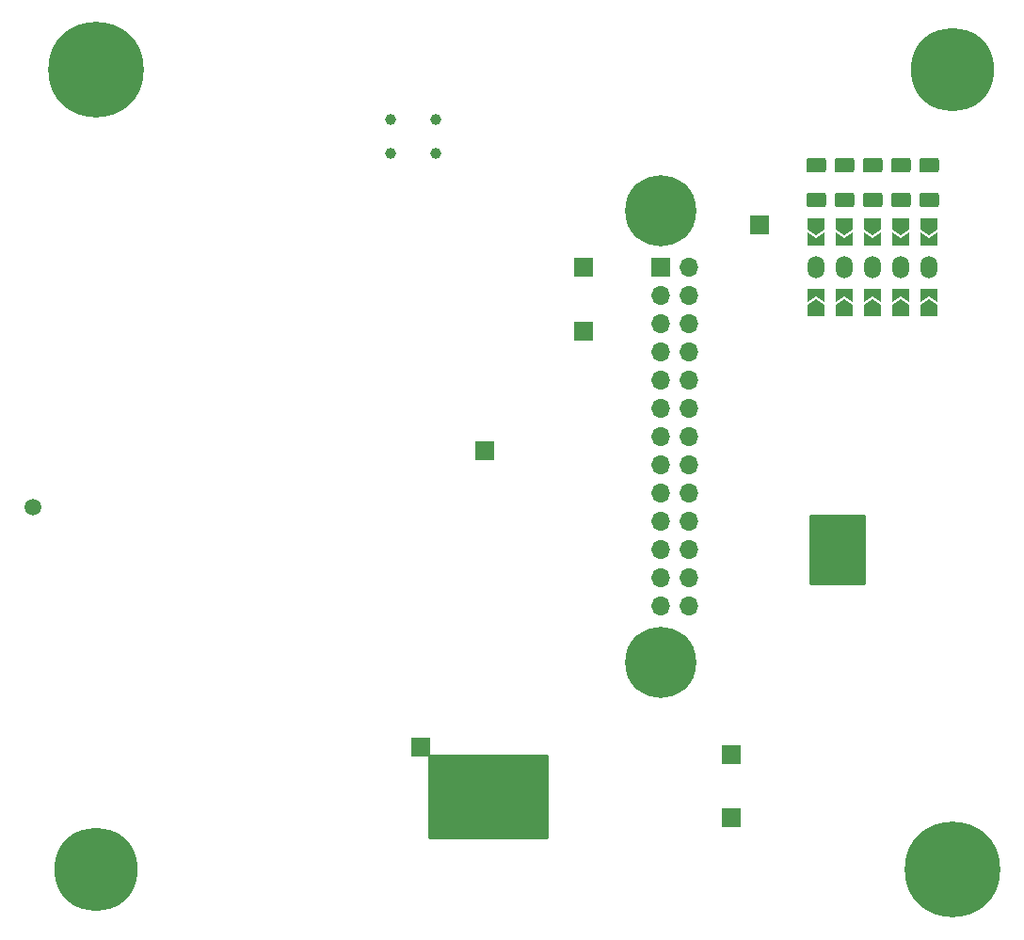
<source format=gbr>
%TF.GenerationSoftware,KiCad,Pcbnew,5.1.8*%
%TF.CreationDate,2020-12-20T23:42:19+01:00*%
%TF.ProjectId,pcb_module_hx711,7063625f-6d6f-4647-956c-655f68783731,rev?*%
%TF.SameCoordinates,Original*%
%TF.FileFunction,Soldermask,Top*%
%TF.FilePolarity,Negative*%
%FSLAX46Y46*%
G04 Gerber Fmt 4.6, Leading zero omitted, Abs format (unit mm)*
G04 Created by KiCad (PCBNEW 5.1.8) date 2020-12-20 23:42:19*
%MOMM*%
%LPD*%
G01*
G04 APERTURE LIST*
%ADD10R,1.700000X1.700000*%
%ADD11O,1.500000X2.000000*%
%ADD12C,0.100000*%
%ADD13C,1.000000*%
%ADD14O,1.700000X1.700000*%
%ADD15C,0.900000*%
%ADD16C,8.600000*%
%ADD17C,7.500000*%
%ADD18C,0.800000*%
%ADD19C,6.400000*%
%ADD20C,1.500000*%
%ADD21C,0.254000*%
G04 APERTURE END LIST*
D10*
%TO.C,TP7*%
X87903841Y-133855209D03*
%TD*%
%TO.C,TP6*%
X115843841Y-134490209D03*
%TD*%
%TO.C,TP5*%
X93618841Y-107185209D03*
%TD*%
%TO.C,TP4*%
X102508841Y-90675209D03*
%TD*%
%TO.C,TP3*%
X102508841Y-96390209D03*
%TD*%
%TO.C,TP2*%
X115843841Y-140205209D03*
%TD*%
%TO.C,TP1*%
X118383841Y-86865209D03*
%TD*%
D11*
%TO.C,U1*%
X123463841Y-90675209D03*
X126003841Y-90675209D03*
X128543841Y-90675209D03*
X131083841Y-90675209D03*
X133623841Y-90675209D03*
%TD*%
D12*
%TO.C,JP15*%
G36*
X123463841Y-87775209D02*
G01*
X122713841Y-87275209D01*
X122713841Y-86275209D01*
X124213841Y-86275209D01*
X124213841Y-87275209D01*
X123463841Y-87775209D01*
G37*
G36*
X122713841Y-88725209D02*
G01*
X122713841Y-87575209D01*
X123463841Y-88075209D01*
X124213841Y-87575209D01*
X124213841Y-88725209D01*
X122713841Y-88725209D01*
G37*
%TD*%
%TO.C,JP14*%
G36*
X126003841Y-87775209D02*
G01*
X125253841Y-87275209D01*
X125253841Y-86275209D01*
X126753841Y-86275209D01*
X126753841Y-87275209D01*
X126003841Y-87775209D01*
G37*
G36*
X125253841Y-88725209D02*
G01*
X125253841Y-87575209D01*
X126003841Y-88075209D01*
X126753841Y-87575209D01*
X126753841Y-88725209D01*
X125253841Y-88725209D01*
G37*
%TD*%
%TO.C,JP13*%
G36*
X128543841Y-87775209D02*
G01*
X127793841Y-87275209D01*
X127793841Y-86275209D01*
X129293841Y-86275209D01*
X129293841Y-87275209D01*
X128543841Y-87775209D01*
G37*
G36*
X127793841Y-88725209D02*
G01*
X127793841Y-87575209D01*
X128543841Y-88075209D01*
X129293841Y-87575209D01*
X129293841Y-88725209D01*
X127793841Y-88725209D01*
G37*
%TD*%
%TO.C,JP12*%
G36*
X131083841Y-87775209D02*
G01*
X130333841Y-87275209D01*
X130333841Y-86275209D01*
X131833841Y-86275209D01*
X131833841Y-87275209D01*
X131083841Y-87775209D01*
G37*
G36*
X130333841Y-88725209D02*
G01*
X130333841Y-87575209D01*
X131083841Y-88075209D01*
X131833841Y-87575209D01*
X131833841Y-88725209D01*
X130333841Y-88725209D01*
G37*
%TD*%
%TO.C,JP11*%
G36*
X133623841Y-87775209D02*
G01*
X132873841Y-87275209D01*
X132873841Y-86275209D01*
X134373841Y-86275209D01*
X134373841Y-87275209D01*
X133623841Y-87775209D01*
G37*
G36*
X132873841Y-88725209D02*
G01*
X132873841Y-87575209D01*
X133623841Y-88075209D01*
X134373841Y-87575209D01*
X134373841Y-88725209D01*
X132873841Y-88725209D01*
G37*
%TD*%
%TO.C,JP10*%
G36*
X123463841Y-93575209D02*
G01*
X124213841Y-94075209D01*
X124213841Y-95075209D01*
X122713841Y-95075209D01*
X122713841Y-94075209D01*
X123463841Y-93575209D01*
G37*
G36*
X124213841Y-92625209D02*
G01*
X124213841Y-93775209D01*
X123463841Y-93275209D01*
X122713841Y-93775209D01*
X122713841Y-92625209D01*
X124213841Y-92625209D01*
G37*
%TD*%
%TO.C,JP9*%
G36*
X126003841Y-93575209D02*
G01*
X126753841Y-94075209D01*
X126753841Y-95075209D01*
X125253841Y-95075209D01*
X125253841Y-94075209D01*
X126003841Y-93575209D01*
G37*
G36*
X126753841Y-92625209D02*
G01*
X126753841Y-93775209D01*
X126003841Y-93275209D01*
X125253841Y-93775209D01*
X125253841Y-92625209D01*
X126753841Y-92625209D01*
G37*
%TD*%
%TO.C,JP8*%
G36*
X128543841Y-93575209D02*
G01*
X129293841Y-94075209D01*
X129293841Y-95075209D01*
X127793841Y-95075209D01*
X127793841Y-94075209D01*
X128543841Y-93575209D01*
G37*
G36*
X129293841Y-92625209D02*
G01*
X129293841Y-93775209D01*
X128543841Y-93275209D01*
X127793841Y-93775209D01*
X127793841Y-92625209D01*
X129293841Y-92625209D01*
G37*
%TD*%
%TO.C,JP7*%
G36*
X131083841Y-93575209D02*
G01*
X131833841Y-94075209D01*
X131833841Y-95075209D01*
X130333841Y-95075209D01*
X130333841Y-94075209D01*
X131083841Y-93575209D01*
G37*
G36*
X131833841Y-92625209D02*
G01*
X131833841Y-93775209D01*
X131083841Y-93275209D01*
X130333841Y-93775209D01*
X130333841Y-92625209D01*
X131833841Y-92625209D01*
G37*
%TD*%
%TO.C,JP6*%
G36*
X133623841Y-93575209D02*
G01*
X134373841Y-94075209D01*
X134373841Y-95075209D01*
X132873841Y-95075209D01*
X132873841Y-94075209D01*
X133623841Y-93575209D01*
G37*
G36*
X134373841Y-92625209D02*
G01*
X134373841Y-93775209D01*
X133623841Y-93275209D01*
X132873841Y-93775209D01*
X132873841Y-92625209D01*
X134373841Y-92625209D01*
G37*
%TD*%
%TO.C,C10*%
G36*
G01*
X122813840Y-83955209D02*
X124113842Y-83955209D01*
G75*
G02*
X124363841Y-84205208I0J-249999D01*
G01*
X124363841Y-85030210D01*
G75*
G02*
X124113842Y-85280209I-249999J0D01*
G01*
X122813840Y-85280209D01*
G75*
G02*
X122563841Y-85030210I0J249999D01*
G01*
X122563841Y-84205208D01*
G75*
G02*
X122813840Y-83955209I249999J0D01*
G01*
G37*
G36*
G01*
X122813840Y-80830209D02*
X124113842Y-80830209D01*
G75*
G02*
X124363841Y-81080208I0J-249999D01*
G01*
X124363841Y-81905210D01*
G75*
G02*
X124113842Y-82155209I-249999J0D01*
G01*
X122813840Y-82155209D01*
G75*
G02*
X122563841Y-81905210I0J249999D01*
G01*
X122563841Y-81080208D01*
G75*
G02*
X122813840Y-80830209I249999J0D01*
G01*
G37*
%TD*%
%TO.C,C9*%
G36*
G01*
X125353840Y-83955209D02*
X126653842Y-83955209D01*
G75*
G02*
X126903841Y-84205208I0J-249999D01*
G01*
X126903841Y-85030210D01*
G75*
G02*
X126653842Y-85280209I-249999J0D01*
G01*
X125353840Y-85280209D01*
G75*
G02*
X125103841Y-85030210I0J249999D01*
G01*
X125103841Y-84205208D01*
G75*
G02*
X125353840Y-83955209I249999J0D01*
G01*
G37*
G36*
G01*
X125353840Y-80830209D02*
X126653842Y-80830209D01*
G75*
G02*
X126903841Y-81080208I0J-249999D01*
G01*
X126903841Y-81905210D01*
G75*
G02*
X126653842Y-82155209I-249999J0D01*
G01*
X125353840Y-82155209D01*
G75*
G02*
X125103841Y-81905210I0J249999D01*
G01*
X125103841Y-81080208D01*
G75*
G02*
X125353840Y-80830209I249999J0D01*
G01*
G37*
%TD*%
%TO.C,C8*%
G36*
G01*
X127893840Y-83955209D02*
X129193842Y-83955209D01*
G75*
G02*
X129443841Y-84205208I0J-249999D01*
G01*
X129443841Y-85030210D01*
G75*
G02*
X129193842Y-85280209I-249999J0D01*
G01*
X127893840Y-85280209D01*
G75*
G02*
X127643841Y-85030210I0J249999D01*
G01*
X127643841Y-84205208D01*
G75*
G02*
X127893840Y-83955209I249999J0D01*
G01*
G37*
G36*
G01*
X127893840Y-80830209D02*
X129193842Y-80830209D01*
G75*
G02*
X129443841Y-81080208I0J-249999D01*
G01*
X129443841Y-81905210D01*
G75*
G02*
X129193842Y-82155209I-249999J0D01*
G01*
X127893840Y-82155209D01*
G75*
G02*
X127643841Y-81905210I0J249999D01*
G01*
X127643841Y-81080208D01*
G75*
G02*
X127893840Y-80830209I249999J0D01*
G01*
G37*
%TD*%
%TO.C,C7*%
G36*
G01*
X130433840Y-83955209D02*
X131733842Y-83955209D01*
G75*
G02*
X131983841Y-84205208I0J-249999D01*
G01*
X131983841Y-85030210D01*
G75*
G02*
X131733842Y-85280209I-249999J0D01*
G01*
X130433840Y-85280209D01*
G75*
G02*
X130183841Y-85030210I0J249999D01*
G01*
X130183841Y-84205208D01*
G75*
G02*
X130433840Y-83955209I249999J0D01*
G01*
G37*
G36*
G01*
X130433840Y-80830209D02*
X131733842Y-80830209D01*
G75*
G02*
X131983841Y-81080208I0J-249999D01*
G01*
X131983841Y-81905210D01*
G75*
G02*
X131733842Y-82155209I-249999J0D01*
G01*
X130433840Y-82155209D01*
G75*
G02*
X130183841Y-81905210I0J249999D01*
G01*
X130183841Y-81080208D01*
G75*
G02*
X130433840Y-80830209I249999J0D01*
G01*
G37*
%TD*%
%TO.C,C6*%
G36*
G01*
X132973840Y-83955209D02*
X134273842Y-83955209D01*
G75*
G02*
X134523841Y-84205208I0J-249999D01*
G01*
X134523841Y-85030210D01*
G75*
G02*
X134273842Y-85280209I-249999J0D01*
G01*
X132973840Y-85280209D01*
G75*
G02*
X132723841Y-85030210I0J249999D01*
G01*
X132723841Y-84205208D01*
G75*
G02*
X132973840Y-83955209I249999J0D01*
G01*
G37*
G36*
G01*
X132973840Y-80830209D02*
X134273842Y-80830209D01*
G75*
G02*
X134523841Y-81080208I0J-249999D01*
G01*
X134523841Y-81905210D01*
G75*
G02*
X134273842Y-82155209I-249999J0D01*
G01*
X132973840Y-82155209D01*
G75*
G02*
X132723841Y-81905210I0J249999D01*
G01*
X132723841Y-81080208D01*
G75*
G02*
X132973840Y-80830209I249999J0D01*
G01*
G37*
%TD*%
D13*
%TO.C,H3*%
X89193841Y-77395209D03*
X89193841Y-80395209D03*
X85193841Y-80395209D03*
X85193841Y-77395209D03*
%TD*%
D14*
%TO.C,J7*%
X112033841Y-121155209D03*
X109493841Y-121155209D03*
X112033841Y-118615209D03*
X109493841Y-118615209D03*
X112033841Y-116075209D03*
X109493841Y-116075209D03*
X112033841Y-113535209D03*
X109493841Y-113535209D03*
X112033841Y-110995209D03*
X109493841Y-110995209D03*
X112033841Y-108455209D03*
X109493841Y-108455209D03*
X112033841Y-105915209D03*
X109493841Y-105915209D03*
X112033841Y-103375209D03*
X109493841Y-103375209D03*
X112033841Y-100835209D03*
X109493841Y-100835209D03*
X112033841Y-98295209D03*
X109493841Y-98295209D03*
X112033841Y-95755209D03*
X109493841Y-95755209D03*
X112033841Y-93215209D03*
X109493841Y-93215209D03*
X112033841Y-90675209D03*
D10*
X109493841Y-90675209D03*
%TD*%
D15*
%TO.C,H7*%
X137974260Y-142614790D03*
X135693841Y-141670209D03*
X133413422Y-142614790D03*
X132468841Y-144895209D03*
X133413422Y-147175628D03*
X135693841Y-148120209D03*
X137974260Y-147175628D03*
X138918841Y-144895209D03*
D16*
X135693841Y-144895209D03*
%TD*%
D15*
%TO.C,H6*%
X60974260Y-142614790D03*
X58693841Y-141670209D03*
X56413422Y-142614790D03*
X55468841Y-144895209D03*
X56413422Y-147175628D03*
X58693841Y-148120209D03*
X60974260Y-147175628D03*
X61918841Y-144895209D03*
D17*
X58693841Y-144895209D03*
%TD*%
D15*
%TO.C,H5*%
X137974260Y-70614790D03*
X135693841Y-69670209D03*
X133413422Y-70614790D03*
X132468841Y-72895209D03*
X133413422Y-75175628D03*
X135693841Y-76120209D03*
X137974260Y-75175628D03*
X138918841Y-72895209D03*
D17*
X135693841Y-72895209D03*
%TD*%
D15*
%TO.C,H4*%
X60974260Y-70614790D03*
X58693841Y-69670209D03*
X56413422Y-70614790D03*
X55468841Y-72895209D03*
X56413422Y-75175628D03*
X58693841Y-76120209D03*
X60974260Y-75175628D03*
X61918841Y-72895209D03*
D16*
X58693841Y-72895209D03*
%TD*%
D18*
%TO.C,H2*%
X111190897Y-83898153D03*
X109493841Y-83195209D03*
X107796785Y-83898153D03*
X107093841Y-85595209D03*
X107796785Y-87292265D03*
X109493841Y-87995209D03*
X111190897Y-87292265D03*
X111893841Y-85595209D03*
D19*
X109493841Y-85595209D03*
%TD*%
D18*
%TO.C,H1*%
X111190897Y-124538153D03*
X109493841Y-123835209D03*
X107796785Y-124538153D03*
X107093841Y-126235209D03*
X107796785Y-127932265D03*
X109493841Y-128635209D03*
X111190897Y-127932265D03*
X111893841Y-126235209D03*
D19*
X109493841Y-126235209D03*
%TD*%
D20*
%TO.C,J6*%
X52978841Y-112265209D03*
%TD*%
D21*
X127781841Y-119123209D02*
X122955841Y-119123209D01*
X122955841Y-113027209D01*
X127781841Y-113027209D01*
X127781841Y-119123209D01*
D12*
G36*
X127781841Y-119123209D02*
G01*
X122955841Y-119123209D01*
X122955841Y-113027209D01*
X127781841Y-113027209D01*
X127781841Y-119123209D01*
G37*
D21*
X99206841Y-141983209D02*
X88665841Y-141983209D01*
X88665841Y-134617209D01*
X99206841Y-134617209D01*
X99206841Y-141983209D01*
D12*
G36*
X99206841Y-141983209D02*
G01*
X88665841Y-141983209D01*
X88665841Y-134617209D01*
X99206841Y-134617209D01*
X99206841Y-141983209D01*
G37*
M02*

</source>
